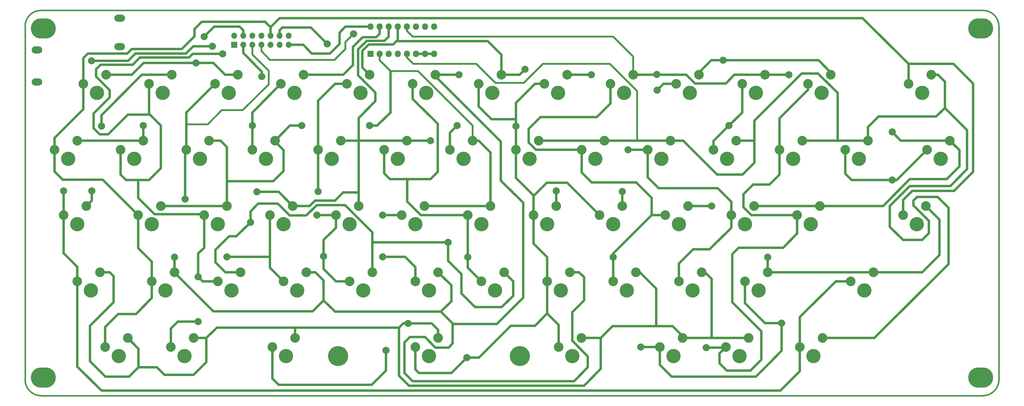
<source format=gbl>
G04 #@! TF.GenerationSoftware,KiCad,Pcbnew,(5.1.12)-1*
G04 #@! TF.CreationDate,2023-01-29T13:19:21+01:00*
G04 #@! TF.ProjectId,Keyboard,4b657962-6f61-4726-942e-6b696361645f,rev?*
G04 #@! TF.SameCoordinates,PX5baf6f8PY4eb9cf0*
G04 #@! TF.FileFunction,Copper,L2,Bot*
G04 #@! TF.FilePolarity,Positive*
%FSLAX46Y46*%
G04 Gerber Fmt 4.6, Leading zero omitted, Abs format (unit mm)*
G04 Created by KiCad (PCBNEW (5.1.12)-1) date 2023-01-29 13:19:21*
%MOMM*%
%LPD*%
G01*
G04 APERTURE LIST*
G04 #@! TA.AperFunction,Profile*
%ADD10C,0.381000*%
G04 #@! TD*
G04 #@! TA.AperFunction,ComponentPad*
%ADD11O,3.000000X2.000000*%
G04 #@! TD*
G04 #@! TA.AperFunction,ComponentPad*
%ADD12C,2.700000*%
G04 #@! TD*
G04 #@! TA.AperFunction,WasherPad*
%ADD13C,4.000000*%
G04 #@! TD*
G04 #@! TA.AperFunction,ComponentPad*
%ADD14O,7.000000X5.600000*%
G04 #@! TD*
G04 #@! TA.AperFunction,ComponentPad*
%ADD15C,5.600000*%
G04 #@! TD*
G04 #@! TA.AperFunction,ComponentPad*
%ADD16O,1.700000X1.700000*%
G04 #@! TD*
G04 #@! TA.AperFunction,ComponentPad*
%ADD17R,1.700000X1.700000*%
G04 #@! TD*
G04 #@! TA.AperFunction,ComponentPad*
%ADD18O,1.800000X1.800000*%
G04 #@! TD*
G04 #@! TA.AperFunction,ComponentPad*
%ADD19R,1.800000X1.800000*%
G04 #@! TD*
G04 #@! TA.AperFunction,ViaPad*
%ADD20C,2.000000*%
G04 #@! TD*
G04 #@! TA.AperFunction,Conductor*
%ADD21C,0.700000*%
G04 #@! TD*
G04 #@! TA.AperFunction,Conductor*
%ADD22C,0.500000*%
G04 #@! TD*
G04 APERTURE END LIST*
D10*
X0Y-2540000D02*
G75*
G02*
X4445000Y1905000I4445000J0D01*
G01*
X4445000Y-105918000D02*
G75*
G02*
X0Y-101473000I0J4445000D01*
G01*
X0Y-101473000D02*
X0Y-2540000D01*
X267716000Y-105918000D02*
X4445000Y-105918000D01*
X272161000Y-101473000D02*
X272161000Y-2540000D01*
X4445000Y1905000D02*
X267716000Y1905000D01*
X272161000Y-101473000D02*
G75*
G02*
X267716000Y-105918000I-4445000J0D01*
G01*
X267716000Y1905000D02*
G75*
G02*
X272161000Y-2540000I0J-4445000D01*
G01*
D11*
X3302000Y-18161000D03*
X3302000Y-9144000D03*
X26416000Y-8255000D03*
X26416000Y-254000D03*
D12*
X155448000Y-89789000D03*
X149098000Y-92329000D03*
D13*
X152908000Y-94869000D03*
D12*
X75438000Y-89789000D03*
X69088000Y-92329000D03*
D13*
X72898000Y-94869000D03*
D14*
X5080000Y-100838000D03*
X267081000Y-100838000D03*
D12*
X115443000Y-89789000D03*
X109093000Y-92329000D03*
D13*
X112903000Y-94869000D03*
D15*
X138303000Y-94869000D03*
X87503000Y-94869000D03*
D16*
X73660000Y-5207000D03*
X73660000Y-7747000D03*
X71120000Y-5207000D03*
X71120000Y-7747000D03*
X68580000Y-5207000D03*
X68580000Y-7747000D03*
X66040000Y-5207000D03*
X66040000Y-7747000D03*
X63500000Y-5207000D03*
X63500000Y-7747000D03*
X60960000Y-5207000D03*
X60960000Y-7747000D03*
X58420000Y-5207000D03*
D17*
X58420000Y-7747000D03*
D14*
X267081000Y-3175000D03*
X5080000Y-3175000D03*
D12*
X253238000Y-16129000D03*
X246888000Y-18669000D03*
D13*
X250698000Y-21209000D03*
D12*
X222885000Y-89789000D03*
X216535000Y-92329000D03*
D13*
X220345000Y-94869000D03*
D12*
X20955000Y-71374000D03*
X14605000Y-73914000D03*
D13*
X18415000Y-76454000D03*
D12*
X17145000Y-52832000D03*
X10795000Y-55372000D03*
D13*
X14605000Y-57912000D03*
D12*
X237109000Y-71374000D03*
X230759000Y-73914000D03*
D13*
X234569000Y-76454000D03*
D12*
X251714000Y-52832000D03*
X245364000Y-55372000D03*
D13*
X249174000Y-57912000D03*
D12*
X222123000Y-52832000D03*
X215773000Y-55372000D03*
D13*
X219583000Y-57912000D03*
D12*
X258445000Y-34544000D03*
X252095000Y-37084000D03*
D13*
X255905000Y-39624000D03*
D12*
X225171000Y-16129000D03*
X218821000Y-18669000D03*
D13*
X222631000Y-21209000D03*
D12*
X51435000Y-34544000D03*
X45085000Y-37084000D03*
D13*
X48895000Y-39624000D03*
D12*
X217170000Y-34544000D03*
X210820000Y-37084000D03*
D13*
X214630000Y-39624000D03*
D12*
X202184000Y-89789000D03*
X195834000Y-92329000D03*
D13*
X199644000Y-94869000D03*
D12*
X78613000Y-71374000D03*
X72263000Y-73914000D03*
D13*
X76073000Y-76454000D03*
D12*
X74803000Y-52832000D03*
X68453000Y-55372000D03*
D13*
X72263000Y-57912000D03*
D12*
X59436000Y-16129000D03*
X53086000Y-18669000D03*
D13*
X56896000Y-21209000D03*
D12*
X56388000Y-52832000D03*
X50038000Y-55372000D03*
D13*
X53848000Y-57912000D03*
D12*
X235585000Y-34544000D03*
X229235000Y-37084000D03*
D13*
X233045000Y-39624000D03*
D12*
X47117000Y-89789000D03*
X40767000Y-92329000D03*
D13*
X44577000Y-94869000D03*
D12*
X41021000Y-16129000D03*
X34671000Y-18669000D03*
D13*
X38481000Y-21209000D03*
D12*
X33020000Y-34544000D03*
X26670000Y-37084000D03*
D13*
X30480000Y-39624000D03*
D12*
X60198000Y-71374000D03*
X53848000Y-73914000D03*
D13*
X57658000Y-76454000D03*
D12*
X37973000Y-52832000D03*
X31623000Y-55372000D03*
D13*
X35433000Y-57912000D03*
D12*
X28702000Y-89789000D03*
X22352000Y-92329000D03*
D13*
X26162000Y-94869000D03*
D12*
X41783000Y-71374000D03*
X35433000Y-73914000D03*
D13*
X39243000Y-76454000D03*
D12*
X14605000Y-34544000D03*
X8255000Y-37084000D03*
D13*
X12065000Y-39624000D03*
D12*
X22606000Y-16129000D03*
X16256000Y-18669000D03*
D13*
X20066000Y-21209000D03*
D12*
X207518000Y-71374000D03*
X201168000Y-73914000D03*
D13*
X204978000Y-76454000D03*
D12*
X69850000Y-34544000D03*
X63500000Y-37084000D03*
D13*
X67310000Y-39624000D03*
D12*
X198755000Y-34544000D03*
X192405000Y-37084000D03*
D13*
X196215000Y-39624000D03*
D12*
X183769000Y-89789000D03*
X177419000Y-92329000D03*
D13*
X181229000Y-94869000D03*
D12*
X206756000Y-16129000D03*
X200406000Y-18669000D03*
D13*
X204216000Y-21209000D03*
D12*
X77851000Y-16129000D03*
X71501000Y-18669000D03*
D13*
X75311000Y-21209000D03*
D12*
X93218000Y-52832000D03*
X86868000Y-55372000D03*
D13*
X90678000Y-57912000D03*
D12*
X97028000Y-71374000D03*
X90678000Y-73914000D03*
D13*
X94488000Y-76454000D03*
D12*
X111633000Y-52832000D03*
X105283000Y-55372000D03*
D13*
X109093000Y-57912000D03*
D12*
X188341000Y-16129000D03*
X181991000Y-18669000D03*
D13*
X185801000Y-21209000D03*
D12*
X180340000Y-34544000D03*
X173990000Y-37084000D03*
D13*
X177800000Y-39624000D03*
D12*
X189103000Y-71374000D03*
X182753000Y-73914000D03*
D13*
X186563000Y-76454000D03*
D12*
X203708000Y-52832000D03*
X197358000Y-55372000D03*
D13*
X201168000Y-57912000D03*
D12*
X115443000Y-71374000D03*
X109093000Y-73914000D03*
D13*
X112903000Y-76454000D03*
D12*
X88265000Y-34544000D03*
X81915000Y-37084000D03*
D13*
X85725000Y-39624000D03*
D12*
X96266000Y-16129000D03*
X89916000Y-18669000D03*
D13*
X93726000Y-21209000D03*
D12*
X185293000Y-52832000D03*
X178943000Y-55372000D03*
D13*
X182753000Y-57912000D03*
D12*
X130048000Y-52832000D03*
X123698000Y-55372000D03*
D13*
X127508000Y-57912000D03*
D12*
X161925000Y-34544000D03*
X155575000Y-37084000D03*
D13*
X159385000Y-39624000D03*
D12*
X170688000Y-71374000D03*
X164338000Y-73914000D03*
D13*
X168148000Y-76454000D03*
D12*
X169926000Y-16129000D03*
X163576000Y-18669000D03*
D13*
X167386000Y-21209000D03*
D12*
X114681000Y-16129000D03*
X108331000Y-18669000D03*
D13*
X112141000Y-21209000D03*
D12*
X106680000Y-34544000D03*
X100330000Y-37084000D03*
D13*
X104140000Y-39624000D03*
D12*
X133858000Y-71374000D03*
X127508000Y-73914000D03*
D13*
X131318000Y-76454000D03*
D12*
X125095000Y-34544000D03*
X118745000Y-37084000D03*
D13*
X122555000Y-39624000D03*
D12*
X151511000Y-16129000D03*
X145161000Y-18669000D03*
D13*
X148971000Y-21209000D03*
D12*
X143510000Y-34544000D03*
X137160000Y-37084000D03*
D13*
X140970000Y-39624000D03*
D12*
X166878000Y-52832000D03*
X160528000Y-55372000D03*
D13*
X164338000Y-57912000D03*
D12*
X152273000Y-71374000D03*
X145923000Y-73914000D03*
D13*
X149733000Y-76454000D03*
D12*
X148463000Y-52832000D03*
X142113000Y-55372000D03*
D13*
X145923000Y-57912000D03*
D12*
X133096000Y-16129000D03*
X126746000Y-18669000D03*
D13*
X130556000Y-21209000D03*
D18*
X96520000Y-2667000D03*
X114300000Y-10287000D03*
X99060000Y-2667000D03*
X111760000Y-10287000D03*
X101600000Y-2667000D03*
X109220000Y-10287000D03*
X104140000Y-2667000D03*
X106680000Y-10287000D03*
X106680000Y-2667000D03*
X104140000Y-10287000D03*
X109220000Y-2667000D03*
X101600000Y-10287000D03*
X111760000Y-2667000D03*
X99060000Y-10287000D03*
X114300000Y-2667000D03*
D19*
X96520000Y-10287000D03*
D20*
X62992000Y-57404000D03*
X47752000Y-12827000D03*
X139700000Y-14605000D03*
X118237000Y-62992000D03*
X33020000Y-30353000D03*
X113284000Y-34544000D03*
X148463000Y-48641000D03*
X64770000Y-48895000D03*
X21336000Y-30480000D03*
X41783000Y-67183000D03*
X121285000Y-16129000D03*
X18669000Y-48641000D03*
X213487000Y-16129000D03*
X242316000Y-32131000D03*
X176530000Y-16002000D03*
X166878000Y-48768000D03*
X107061000Y-85725000D03*
X207518000Y-67183000D03*
X191897000Y-52832000D03*
X195072000Y-12065000D03*
X158242000Y-16129000D03*
X96266000Y-30353000D03*
X77343000Y-30353000D03*
X84455000Y-7493000D03*
X91821000Y-4699000D03*
X120777000Y-30353000D03*
X137160000Y-30480000D03*
X123444000Y-95250000D03*
X100838000Y-93218000D03*
X123698000Y-67183000D03*
X164338000Y-67183000D03*
X176657000Y-20447000D03*
X168529000Y-37084000D03*
X81915000Y-48768000D03*
X99949000Y-67056000D03*
X66167000Y-16637000D03*
X99949000Y-55372000D03*
X81534000Y-55372000D03*
X63500000Y-30353000D03*
X172085000Y-92329000D03*
X196723000Y-30353000D03*
X211455000Y-85598000D03*
X50038000Y-5461000D03*
X83439000Y-66929000D03*
X52324000Y-8128000D03*
X10795000Y-48641000D03*
X18542000Y-12192000D03*
X48387000Y-72644000D03*
X48387000Y-85217000D03*
X242316000Y-45593000D03*
X55245000Y-10287000D03*
X56388000Y-67056000D03*
X190373000Y-92456000D03*
X44704000Y-50927000D03*
D21*
X89535000Y-2667000D02*
X96520000Y-2667000D01*
X87884000Y-4318000D02*
X89535000Y-2667000D01*
X87884000Y-7493000D02*
X87884000Y-4318000D01*
X85217000Y-10160000D02*
X87884000Y-7493000D01*
X80137000Y-10160000D02*
X85217000Y-10160000D01*
X77724000Y-7747000D02*
X80137000Y-10160000D01*
X73660000Y-7747000D02*
X77724000Y-7747000D01*
X22606000Y-16129000D02*
X29845000Y-16129000D01*
X29845000Y-16129000D02*
X33147000Y-12827000D01*
X33147000Y-12827000D02*
X47752000Y-12827000D01*
X104140000Y-2667000D02*
X104140000Y-4445000D01*
X104140000Y-6731000D02*
X129286000Y-6731000D01*
X133096000Y-10541000D02*
X133096000Y-16129000D01*
X129286000Y-6731000D02*
X133096000Y-10541000D01*
X62992000Y-57404000D02*
X62992000Y-54356000D01*
X62992000Y-54356000D02*
X65151000Y-52197000D01*
X65151000Y-52197000D02*
X70612000Y-52197000D01*
X70612000Y-52197000D02*
X73914000Y-55499000D01*
X73914000Y-55499000D02*
X78613000Y-55499000D01*
X78613000Y-55499000D02*
X81534000Y-52578000D01*
X81534000Y-52578000D02*
X89408000Y-52578000D01*
X89408000Y-52578000D02*
X97028000Y-60198000D01*
X103759000Y-6731000D02*
X102870000Y-7620000D01*
X102870000Y-7620000D02*
X96012000Y-7620000D01*
X96012000Y-7620000D02*
X94234000Y-9398000D01*
X94234000Y-14097000D02*
X96266000Y-16129000D01*
X94234000Y-9398000D02*
X94234000Y-14097000D01*
X136398000Y-73914000D02*
X133858000Y-71374000D01*
X136398000Y-77978000D02*
X136398000Y-73914000D01*
X121920000Y-77343000D02*
X125730000Y-81153000D01*
X125730000Y-81153000D02*
X133223000Y-81153000D01*
X133223000Y-81153000D02*
X136398000Y-77978000D01*
X104140000Y-2667000D02*
X104140000Y-6731000D01*
X104140000Y-6731000D02*
X103759000Y-6731000D01*
X138176000Y-16129000D02*
X139700000Y-14605000D01*
X133096000Y-16129000D02*
X138176000Y-16129000D01*
X59055000Y-61341000D02*
X62992000Y-57404000D01*
X57023000Y-61341000D02*
X59055000Y-61341000D01*
X53213000Y-65151000D02*
X57023000Y-61341000D01*
X53213000Y-68580000D02*
X53213000Y-65151000D01*
X56007000Y-71374000D02*
X53213000Y-68580000D01*
X60198000Y-71374000D02*
X56007000Y-71374000D01*
X97155000Y-62992000D02*
X97028000Y-63119000D01*
X118237000Y-62992000D02*
X97155000Y-62992000D01*
X97028000Y-63119000D02*
X97028000Y-71374000D01*
X97028000Y-60198000D02*
X97028000Y-63119000D01*
X118237000Y-68199000D02*
X121920000Y-71882000D01*
X118237000Y-62992000D02*
X118237000Y-68199000D01*
X121920000Y-71882000D02*
X121920000Y-77343000D01*
X52578000Y-12827000D02*
X47752000Y-12827000D01*
X55880000Y-16129000D02*
X52578000Y-12827000D01*
X59436000Y-16129000D02*
X55880000Y-16129000D01*
X93218000Y-34798000D02*
X92964000Y-34544000D01*
X88265000Y-34544000D02*
X92964000Y-34544000D01*
X33020000Y-34544000D02*
X14605000Y-34544000D01*
X33020000Y-34544000D02*
X33020000Y-30353000D01*
X74803000Y-52832000D02*
X79502000Y-52832000D01*
X79502000Y-52832000D02*
X81026000Y-51308000D01*
X81026000Y-51308000D02*
X86614000Y-51308000D01*
X88900000Y-49022000D02*
X93218000Y-49022000D01*
X86614000Y-51308000D02*
X88900000Y-49022000D01*
X93218000Y-52832000D02*
X93218000Y-49022000D01*
X106680000Y-34544000D02*
X113284000Y-34544000D01*
X148463000Y-48641000D02*
X148463000Y-52832000D01*
X101600000Y-2667000D02*
X101600000Y-5461000D01*
X101600000Y-5461000D02*
X100457000Y-6604000D01*
X100457000Y-6604000D02*
X95504000Y-6604000D01*
X95504000Y-6604000D02*
X93091000Y-9017000D01*
X93091000Y-9017000D02*
X93091000Y-16256000D01*
X93091000Y-16256000D02*
X97917000Y-21082000D01*
X92964000Y-34544000D02*
X106680000Y-34544000D01*
X97917000Y-21082000D02*
X97917000Y-23495000D01*
X93218000Y-28194000D02*
X93218000Y-35814000D01*
X97917000Y-23495000D02*
X93218000Y-28194000D01*
X93218000Y-35814000D02*
X93218000Y-34798000D01*
X93218000Y-49022000D02*
X93218000Y-35814000D01*
X70866000Y-48895000D02*
X74803000Y-52832000D01*
X64770000Y-48895000D02*
X70866000Y-48895000D01*
X78613000Y-71374000D02*
X81153000Y-71374000D01*
X81153000Y-71374000D02*
X83439000Y-73660000D01*
X83439000Y-73660000D02*
X83439000Y-79248000D01*
X83439000Y-79248000D02*
X86614000Y-82423000D01*
X86614000Y-82423000D02*
X116205000Y-82423000D01*
X116205000Y-82423000D02*
X119126000Y-79502000D01*
X119126000Y-75057000D02*
X115443000Y-71374000D01*
X119126000Y-79502000D02*
X119126000Y-75057000D01*
X41783000Y-71374000D02*
X41783000Y-71501000D01*
X41783000Y-71501000D02*
X52578000Y-82296000D01*
X80391000Y-82296000D02*
X83439000Y-79248000D01*
X52578000Y-82296000D02*
X80391000Y-82296000D01*
X41021000Y-16129000D02*
X32639000Y-16129000D01*
X21336000Y-27432000D02*
X21336000Y-30480000D01*
X32639000Y-16129000D02*
X21336000Y-27432000D01*
X41783000Y-67183000D02*
X41783000Y-71374000D01*
X99060000Y-2667000D02*
X99060000Y-4699000D01*
X99060000Y-4699000D02*
X98171000Y-5588000D01*
X98171000Y-5588000D02*
X94361000Y-5588000D01*
X121285000Y-16129000D02*
X114681000Y-16129000D01*
X91630500Y-8318500D02*
X91630500Y-13398500D01*
X94361000Y-5588000D02*
X91630500Y-8318500D01*
X88900000Y-16129000D02*
X77851000Y-16129000D01*
X91630500Y-13398500D02*
X88900000Y-16129000D01*
X18669000Y-51308000D02*
X17145000Y-52832000D01*
X18669000Y-48641000D02*
X18669000Y-51308000D01*
X116205000Y-82423000D02*
X119634000Y-85852000D01*
X114681000Y-16129000D02*
X114681000Y-16510000D01*
X114681000Y-16510000D02*
X132969000Y-34798000D01*
X132969000Y-34798000D02*
X132969000Y-45720000D01*
X132969000Y-45720000D02*
X139192000Y-51943000D01*
X139192000Y-51943000D02*
X139192000Y-78486000D01*
X131826000Y-85852000D02*
X119634000Y-85852000D01*
X139192000Y-78486000D02*
X131826000Y-85852000D01*
X119634000Y-85852000D02*
X119507000Y-85979000D01*
X119507000Y-85979000D02*
X119507000Y-91313000D01*
X119507000Y-91313000D02*
X118364000Y-92456000D01*
X118364000Y-92456000D02*
X114681000Y-92456000D01*
X114681000Y-92456000D02*
X111760000Y-89535000D01*
X111760000Y-89535000D02*
X107569000Y-89535000D01*
X107569000Y-89535000D02*
X106045000Y-91059000D01*
X106045000Y-91059000D02*
X106045000Y-99568000D01*
X106045000Y-99568000D02*
X108331000Y-101854000D01*
X108331000Y-101854000D02*
X153416000Y-101854000D01*
X157289500Y-97980500D02*
X157289500Y-94932500D01*
X153416000Y-101854000D02*
X157289500Y-97980500D01*
X157289500Y-94932500D02*
X152908000Y-90551000D01*
X152908000Y-90551000D02*
X152908000Y-82550000D01*
X152908000Y-82550000D02*
X156210000Y-79248000D01*
X156210000Y-72771000D02*
X154813000Y-71374000D01*
X156210000Y-79248000D02*
X156210000Y-72771000D01*
X154813000Y-71374000D02*
X152273000Y-71374000D01*
X222123000Y-52832000D02*
X203708000Y-52832000D01*
X261112000Y-37211000D02*
X258445000Y-34544000D01*
X257556000Y-45339000D02*
X261112000Y-41783000D01*
X247269000Y-45339000D02*
X257556000Y-45339000D01*
X239776000Y-52832000D02*
X247269000Y-45339000D01*
X261112000Y-41783000D02*
X261112000Y-37211000D01*
X222123000Y-52832000D02*
X239776000Y-52832000D01*
D22*
X106680000Y-2667000D02*
X106680000Y-3810000D01*
X106680000Y-3810000D02*
X108331000Y-5461000D01*
X108331000Y-5461000D02*
X164338000Y-5461000D01*
X169926000Y-11049000D02*
X169926000Y-16129000D01*
X164338000Y-5461000D02*
X169926000Y-11049000D01*
D21*
X206756000Y-16129000D02*
X213487000Y-16129000D01*
X244729000Y-34544000D02*
X258445000Y-34544000D01*
X242316000Y-32131000D02*
X244729000Y-34544000D01*
X187198000Y-18542000D02*
X184785000Y-16129000D01*
X195834000Y-18542000D02*
X187198000Y-18542000D01*
X198247000Y-16129000D02*
X195834000Y-18542000D01*
X206756000Y-16129000D02*
X198247000Y-16129000D01*
X176657000Y-16129000D02*
X176530000Y-16002000D01*
X184785000Y-16129000D02*
X176657000Y-16129000D01*
X176657000Y-16129000D02*
X169926000Y-16129000D01*
X166878000Y-48768000D02*
X166878000Y-52832000D01*
X189103000Y-71374000D02*
X189992000Y-71374000D01*
X191897000Y-73279000D02*
X191897000Y-89789000D01*
X189992000Y-71374000D02*
X191897000Y-73279000D01*
X191897000Y-89789000D02*
X202184000Y-89789000D01*
X183769000Y-89789000D02*
X191897000Y-89789000D01*
X50673000Y-89789000D02*
X50673000Y-96520000D01*
X47117000Y-89789000D02*
X50673000Y-89789000D01*
X50673000Y-96520000D02*
X47117000Y-100076000D01*
X47117000Y-100076000D02*
X38989000Y-100076000D01*
X31686500Y-97980500D02*
X31686500Y-92773500D01*
X31686500Y-92773500D02*
X28702000Y-89789000D01*
X36893500Y-97980500D02*
X38989000Y-100076000D01*
X31686500Y-97980500D02*
X36893500Y-97980500D01*
X183769000Y-89789000D02*
X183769000Y-89281000D01*
X183769000Y-89281000D02*
X180975000Y-86487000D01*
X170688000Y-71374000D02*
X171831000Y-71374000D01*
X176403000Y-75946000D02*
X176403000Y-86487000D01*
X171831000Y-71374000D02*
X176403000Y-75946000D01*
X180975000Y-86487000D02*
X176403000Y-86487000D01*
X115443000Y-87503000D02*
X115443000Y-89789000D01*
X113665000Y-85725000D02*
X115443000Y-87503000D01*
X107061000Y-85725000D02*
X113665000Y-85725000D01*
X107061000Y-85725000D02*
X105664000Y-85725000D01*
X104521000Y-86868000D02*
X104521000Y-89789000D01*
X105664000Y-85725000D02*
X104521000Y-86868000D01*
X164211000Y-86487000D02*
X176403000Y-86487000D01*
X160909000Y-89789000D02*
X164211000Y-86487000D01*
X160909000Y-98425000D02*
X160909000Y-89789000D01*
X156210000Y-103124000D02*
X160909000Y-98425000D01*
X107315000Y-103124000D02*
X156210000Y-103124000D01*
X104521000Y-100330000D02*
X107315000Y-103124000D01*
X104521000Y-89789000D02*
X104521000Y-100330000D01*
X24765000Y-72517000D02*
X23622000Y-71374000D01*
X18161000Y-96266000D02*
X18161000Y-86360000D01*
X23622000Y-71374000D02*
X20955000Y-71374000D01*
X24765000Y-79756000D02*
X24765000Y-72517000D01*
X22479000Y-100584000D02*
X18161000Y-96266000D01*
X29083000Y-100584000D02*
X22479000Y-100584000D01*
X18161000Y-86360000D02*
X24765000Y-79756000D01*
X31686500Y-97980500D02*
X29083000Y-100584000D01*
X53594000Y-86868000D02*
X50673000Y-89789000D01*
X75438000Y-89789000D02*
X75438000Y-86868000D01*
X75438000Y-86868000D02*
X53594000Y-86868000D01*
X104521000Y-86868000D02*
X75438000Y-86868000D01*
X155448000Y-89789000D02*
X160909000Y-89789000D01*
X143510000Y-34544000D02*
X161925000Y-34544000D01*
X198755000Y-34544000D02*
X203835000Y-34544000D01*
X171069000Y-34544000D02*
X180340000Y-34544000D01*
X161925000Y-34544000D02*
X171069000Y-34544000D01*
X203835000Y-34544000D02*
X203835000Y-28956000D01*
X203835000Y-28956000D02*
X217043000Y-15748000D01*
X217043000Y-15748000D02*
X221615000Y-15748000D01*
X227076000Y-21209000D02*
X227076000Y-34544000D01*
X221615000Y-15748000D02*
X227076000Y-21209000D01*
X227076000Y-34544000D02*
X235585000Y-34544000D01*
X217170000Y-34544000D02*
X227076000Y-34544000D01*
X235585000Y-30734000D02*
X235585000Y-34544000D01*
X238506000Y-27813000D02*
X235585000Y-30734000D01*
X254635000Y-27813000D02*
X238506000Y-27813000D01*
X257048000Y-25400000D02*
X254635000Y-27813000D01*
X257048000Y-18034000D02*
X257048000Y-25400000D01*
X255143000Y-16129000D02*
X257048000Y-18034000D01*
X253238000Y-16129000D02*
X255143000Y-16129000D01*
X222885000Y-89789000D02*
X237363000Y-89789000D01*
X237363000Y-89789000D02*
X258064000Y-69088000D01*
X258064000Y-69088000D02*
X258064000Y-53340000D01*
X258064000Y-53340000D02*
X255016000Y-50292000D01*
X255016000Y-50292000D02*
X249301000Y-50292000D01*
X249301000Y-50292000D02*
X248285000Y-51308000D01*
X248285000Y-51308000D02*
X248285000Y-52705000D01*
X248285000Y-52705000D02*
X252603000Y-57023000D01*
X252603000Y-57023000D02*
X252603000Y-60452000D01*
X252603000Y-60452000D02*
X250698000Y-62357000D01*
X250698000Y-62357000D02*
X245364000Y-62357000D01*
X245364000Y-62357000D02*
X241681000Y-58674000D01*
X241681000Y-58674000D02*
X241681000Y-52832000D01*
X241681000Y-52832000D02*
X247269000Y-47244000D01*
X247269000Y-47244000D02*
X258572000Y-47244000D01*
X258572000Y-47244000D02*
X263271000Y-42545000D01*
X263271000Y-31623000D02*
X257048000Y-25400000D01*
X263271000Y-42545000D02*
X263271000Y-31623000D01*
X203835000Y-40767000D02*
X203835000Y-34544000D01*
X200533000Y-44069000D02*
X203835000Y-40767000D01*
X193421000Y-44069000D02*
X200533000Y-44069000D01*
X183896000Y-34544000D02*
X193421000Y-44069000D01*
X180340000Y-34544000D02*
X183896000Y-34544000D01*
D22*
X171069000Y-20701000D02*
X171069000Y-34544000D01*
X163449000Y-13081000D02*
X171069000Y-20701000D01*
X144716500Y-13081000D02*
X163449000Y-13081000D01*
X139382500Y-18415000D02*
X144716500Y-13081000D01*
X131445000Y-18415000D02*
X139382500Y-18415000D01*
X126111000Y-13081000D02*
X131445000Y-18415000D01*
X108458000Y-13081000D02*
X126111000Y-13081000D01*
X106680000Y-11303000D02*
X108458000Y-13081000D01*
X106680000Y-10287000D02*
X106680000Y-11303000D01*
D21*
X237109000Y-71374000D02*
X207518000Y-71374000D01*
X237109000Y-71374000D02*
X250698000Y-71374000D01*
X250698000Y-71374000D02*
X255524000Y-66548000D01*
X255524000Y-56642000D02*
X251714000Y-52832000D01*
X255524000Y-66548000D02*
X255524000Y-56642000D01*
X225171000Y-16129000D02*
X225171000Y-15494000D01*
X225171000Y-15494000D02*
X221742000Y-12065000D01*
X188341000Y-15494000D02*
X188341000Y-16129000D01*
X191770000Y-12065000D02*
X188341000Y-15494000D01*
X207518000Y-71374000D02*
X207518000Y-67183000D01*
X191897000Y-52832000D02*
X185293000Y-52832000D01*
X195072000Y-12065000D02*
X191770000Y-12065000D01*
X221742000Y-12065000D02*
X195072000Y-12065000D01*
X158242000Y-16129000D02*
X151511000Y-16129000D01*
X111633000Y-52832000D02*
X130048000Y-52832000D01*
X37973000Y-52832000D02*
X56388000Y-52832000D01*
X125095000Y-34544000D02*
X126746000Y-34544000D01*
X130048000Y-37846000D02*
X130048000Y-52832000D01*
X126746000Y-34544000D02*
X130048000Y-37846000D01*
X69850000Y-34544000D02*
X69850000Y-34798000D01*
X69850000Y-34798000D02*
X72263000Y-37211000D01*
X72263000Y-37211000D02*
X72263000Y-43053000D01*
X54610000Y-34544000D02*
X51435000Y-34544000D01*
X56388000Y-36322000D02*
X54610000Y-34544000D01*
D22*
X99060000Y-10287000D02*
X99060000Y-12065000D01*
X99060000Y-12065000D02*
X102108000Y-15113000D01*
X102108000Y-15113000D02*
X109855000Y-15113000D01*
X125095000Y-30353000D02*
X125095000Y-34544000D01*
X109855000Y-15113000D02*
X125095000Y-30353000D01*
D21*
X56451500Y-45910500D02*
X56388000Y-45847000D01*
X69405500Y-45910500D02*
X56451500Y-45910500D01*
X56388000Y-45847000D02*
X56388000Y-36322000D01*
X56388000Y-52832000D02*
X56388000Y-45847000D01*
X72263000Y-43053000D02*
X69405500Y-45910500D01*
X96266000Y-30353000D02*
X98425000Y-30353000D01*
X102108000Y-26670000D02*
X102108000Y-15113000D01*
X98425000Y-30353000D02*
X102108000Y-26670000D01*
X74041000Y-30353000D02*
X69850000Y-34544000D01*
X77343000Y-30353000D02*
X74041000Y-30353000D01*
X109220000Y-10287000D02*
X111760000Y-10287000D01*
X111760000Y-10287000D02*
X114300000Y-10287000D01*
X71120000Y-5207000D02*
X71120000Y-3683000D01*
X71120000Y-3683000D02*
X71882000Y-2921000D01*
X79883000Y-2921000D02*
X84455000Y-7493000D01*
X71882000Y-2921000D02*
X79883000Y-2921000D01*
D22*
X86487000Y-11938000D02*
X89535000Y-8890000D01*
X68453000Y-11938000D02*
X86487000Y-11938000D01*
X66040000Y-9525000D02*
X68453000Y-11938000D01*
X66040000Y-7747000D02*
X66040000Y-9525000D01*
X89535000Y-8890000D02*
X89535000Y-6985000D01*
X89535000Y-6985000D02*
X91821000Y-4699000D01*
D21*
X142113000Y-55372000D02*
X142113000Y-63373000D01*
X145923000Y-67183000D02*
X145923000Y-73914000D01*
X142113000Y-63373000D02*
X145923000Y-67183000D01*
X137160000Y-37084000D02*
X137160000Y-44958000D01*
X142113000Y-49911000D02*
X142113000Y-55372000D01*
X137160000Y-44958000D02*
X142113000Y-49911000D01*
X126746000Y-18669000D02*
X126746000Y-25019000D01*
X145161000Y-18669000D02*
X142494000Y-18669000D01*
X142494000Y-18669000D02*
X137160000Y-24003000D01*
X136906000Y-28575000D02*
X137160000Y-28321000D01*
X126746000Y-25019000D02*
X130302000Y-28575000D01*
X130302000Y-28575000D02*
X136906000Y-28575000D01*
X137160000Y-24003000D02*
X137160000Y-28321000D01*
X145923000Y-82931000D02*
X145923000Y-73914000D01*
X142113000Y-49911000D02*
X142240000Y-49911000D01*
X142240000Y-49911000D02*
X145796000Y-46355000D01*
X151511000Y-46355000D02*
X160528000Y-55372000D01*
X145796000Y-46355000D02*
X151511000Y-46355000D01*
X118745000Y-32385000D02*
X120777000Y-30353000D01*
X118745000Y-37084000D02*
X118745000Y-32385000D01*
X137160000Y-30480000D02*
X137160000Y-37084000D01*
X137160000Y-28321000D02*
X137160000Y-30480000D01*
X149098000Y-86106000D02*
X145923000Y-82931000D01*
X149098000Y-92329000D02*
X149098000Y-86106000D01*
X142494000Y-86360000D02*
X145923000Y-82931000D01*
X135763000Y-86360000D02*
X142494000Y-86360000D01*
X123444000Y-95250000D02*
X126873000Y-95250000D01*
X126873000Y-95250000D02*
X135763000Y-86360000D01*
X109093000Y-98552000D02*
X109093000Y-92329000D01*
X110109000Y-99568000D02*
X109093000Y-98552000D01*
X119126000Y-99568000D02*
X110109000Y-99568000D01*
X123444000Y-95250000D02*
X119126000Y-99568000D01*
X100838000Y-93218000D02*
X100838000Y-98933000D01*
X100838000Y-98933000D02*
X96901000Y-102870000D01*
X96901000Y-102870000D02*
X70866000Y-102870000D01*
X69088000Y-101092000D02*
X69088000Y-92329000D01*
X70866000Y-102870000D02*
X69088000Y-101092000D01*
X178943000Y-55372000D02*
X175133000Y-55372000D01*
X175133000Y-55372000D02*
X164338000Y-66167000D01*
X110617000Y-55372000D02*
X123698000Y-55372000D01*
X163576000Y-18669000D02*
X163576000Y-24130000D01*
X163576000Y-24130000D02*
X159766000Y-27940000D01*
X159766000Y-27940000D02*
X144018000Y-27940000D01*
X144018000Y-27940000D02*
X140716000Y-31242000D01*
X140716000Y-31242000D02*
X140716000Y-35052000D01*
X142748000Y-37084000D02*
X155575000Y-37084000D01*
X140716000Y-35052000D02*
X142748000Y-37084000D01*
X106807000Y-51562000D02*
X106807000Y-45720000D01*
X106807000Y-45720000D02*
X107188000Y-45339000D01*
X106807000Y-51562000D02*
X110617000Y-55372000D01*
X100330000Y-43688000D02*
X100330000Y-37084000D01*
X101981000Y-45339000D02*
X100330000Y-43688000D01*
X107188000Y-45339000D02*
X101981000Y-45339000D01*
X123698000Y-70104000D02*
X127508000Y-73914000D01*
X155575000Y-43434000D02*
X155575000Y-37084000D01*
X158369000Y-46228000D02*
X155575000Y-43434000D01*
X170815000Y-46228000D02*
X158369000Y-46228000D01*
X175133000Y-50546000D02*
X170815000Y-46228000D01*
X175133000Y-55372000D02*
X175133000Y-50546000D01*
X123698000Y-55372000D02*
X123698000Y-67183000D01*
X123698000Y-67183000D02*
X123698000Y-70104000D01*
X164338000Y-67183000D02*
X164338000Y-73914000D01*
X164338000Y-66167000D02*
X164338000Y-67183000D01*
X113284000Y-45339000D02*
X107188000Y-45339000D01*
X115316000Y-43307000D02*
X113284000Y-45339000D01*
X115316000Y-29845000D02*
X115316000Y-43307000D01*
X108331000Y-22860000D02*
X115316000Y-29845000D01*
X108331000Y-18669000D02*
X108331000Y-22860000D01*
X89916000Y-18669000D02*
X86614000Y-18669000D01*
X81915000Y-23368000D02*
X81915000Y-37084000D01*
X86614000Y-18669000D02*
X81915000Y-23368000D01*
X173990000Y-37084000D02*
X173990000Y-44831000D01*
X182753000Y-68961000D02*
X182753000Y-73914000D01*
X178435000Y-18669000D02*
X176657000Y-20447000D01*
X181991000Y-18669000D02*
X178435000Y-18669000D01*
X168529000Y-37084000D02*
X173990000Y-37084000D01*
X81915000Y-37084000D02*
X81915000Y-48768000D01*
X99949000Y-67056000D02*
X106172000Y-67056000D01*
X109093000Y-69977000D02*
X109093000Y-73914000D01*
X106172000Y-67056000D02*
X109093000Y-69977000D01*
X66167000Y-15240000D02*
X60960000Y-10033000D01*
X66167000Y-16637000D02*
X66167000Y-15240000D01*
X60960000Y-10033000D02*
X60960000Y-7747000D01*
X177038000Y-47879000D02*
X193548000Y-47879000D01*
X173990000Y-44831000D02*
X177038000Y-47879000D01*
X197358000Y-51689000D02*
X197358000Y-55372000D01*
X193548000Y-47879000D02*
X197358000Y-51689000D01*
X197358000Y-55372000D02*
X197358000Y-58928000D01*
X191325500Y-64960500D02*
X186753500Y-64960500D01*
X197358000Y-58928000D02*
X191325500Y-64960500D01*
X186753500Y-64960500D02*
X182753000Y-68961000D01*
X105283000Y-55372000D02*
X99949000Y-55372000D01*
X63500000Y-26670000D02*
X71501000Y-18669000D01*
X192405000Y-37084000D02*
X192405000Y-34671000D01*
X200406000Y-26670000D02*
X200406000Y-18669000D01*
X177419000Y-92329000D02*
X177419000Y-97282000D01*
X177419000Y-97282000D02*
X180721000Y-100584000D01*
X180721000Y-100584000D02*
X204216000Y-100584000D01*
X86868000Y-55372000D02*
X81534000Y-55372000D01*
X63500000Y-30353000D02*
X63500000Y-26670000D01*
X63500000Y-37084000D02*
X63500000Y-30353000D01*
X172085000Y-92329000D02*
X177419000Y-92329000D01*
X196659500Y-30416500D02*
X196723000Y-30353000D01*
X192405000Y-34671000D02*
X196659500Y-30416500D01*
X196659500Y-30416500D02*
X200406000Y-26670000D01*
X86868000Y-58928000D02*
X86868000Y-55372000D01*
X83439000Y-62357000D02*
X86868000Y-58928000D01*
X83439000Y-66929000D02*
X83439000Y-62357000D01*
X86868000Y-73914000D02*
X90678000Y-73914000D01*
X83439000Y-70485000D02*
X86868000Y-73914000D01*
X83439000Y-66929000D02*
X83439000Y-70485000D01*
X211455000Y-93345000D02*
X207962500Y-96837500D01*
X211455000Y-85598000D02*
X211455000Y-93345000D01*
X204216000Y-100584000D02*
X207962500Y-96837500D01*
X206756000Y-85598000D02*
X201168000Y-80010000D01*
X201168000Y-80010000D02*
X201168000Y-73914000D01*
X211455000Y-85598000D02*
X206756000Y-85598000D01*
X60960000Y-3683000D02*
X60960000Y-5207000D01*
X59944000Y-2667000D02*
X60960000Y-3683000D01*
X52832000Y-2667000D02*
X59944000Y-2667000D01*
X50038000Y-5461000D02*
X52832000Y-2667000D01*
X216535000Y-92329000D02*
X216535000Y-83947000D01*
X226568000Y-73914000D02*
X230759000Y-73914000D01*
X216535000Y-83947000D02*
X226568000Y-73914000D01*
X14605000Y-73914000D02*
X14605000Y-69850000D01*
X10795000Y-66040000D02*
X10795000Y-55372000D01*
X14605000Y-69850000D02*
X10795000Y-66040000D01*
X10795000Y-48641000D02*
X10795000Y-55372000D01*
X216535000Y-99060000D02*
X216535000Y-92329000D01*
X211074000Y-104521000D02*
X216535000Y-99060000D01*
X21336000Y-104521000D02*
X211074000Y-104521000D01*
X14605000Y-97790000D02*
X21336000Y-104521000D01*
X14605000Y-73914000D02*
X14605000Y-97790000D01*
X30861000Y-10160000D02*
X28829000Y-12192000D01*
X44958000Y-10160000D02*
X30861000Y-10160000D01*
X28829000Y-12192000D02*
X18542000Y-12192000D01*
X46990000Y-8128000D02*
X44958000Y-10160000D01*
X52324000Y-8128000D02*
X46990000Y-8128000D01*
X35433000Y-73914000D02*
X35433000Y-68453000D01*
X31623000Y-64643000D02*
X31623000Y-55372000D01*
X35433000Y-68453000D02*
X31623000Y-64643000D01*
X8255000Y-37084000D02*
X8255000Y-43180000D01*
X8255000Y-43180000D02*
X10541000Y-45466000D01*
X21717000Y-45466000D02*
X31623000Y-55372000D01*
X10541000Y-45466000D02*
X21717000Y-45466000D01*
X35433000Y-73914000D02*
X35433000Y-78613000D01*
X35433000Y-78613000D02*
X30988000Y-83058000D01*
X30988000Y-83058000D02*
X26035000Y-83058000D01*
X22352000Y-86741000D02*
X22352000Y-92329000D01*
X26035000Y-83058000D02*
X22352000Y-86741000D01*
X246888000Y-13081000D02*
X246888000Y-18669000D01*
X68580000Y-2794000D02*
X68580000Y-5207000D01*
X234061000Y-254000D02*
X246888000Y-13081000D01*
X71120000Y-254000D02*
X234061000Y-254000D01*
X68580000Y-2794000D02*
X71120000Y-254000D01*
X245364000Y-51181000D02*
X245364000Y-55372000D01*
X247904000Y-48641000D02*
X245364000Y-51181000D01*
X264922000Y-43307000D02*
X259588000Y-48641000D01*
X259461000Y-13081000D02*
X264922000Y-18542000D01*
X259588000Y-48641000D02*
X247904000Y-48641000D01*
X264922000Y-18542000D02*
X264922000Y-43307000D01*
X246888000Y-13081000D02*
X259461000Y-13081000D01*
X16256000Y-11430000D02*
X16256000Y-18669000D01*
X17526000Y-10160000D02*
X16256000Y-11430000D01*
X28575000Y-10160000D02*
X17526000Y-10160000D01*
X29845000Y-8890000D02*
X28575000Y-10160000D01*
X43815000Y-8890000D02*
X29845000Y-8890000D01*
X47371000Y-5334000D02*
X43815000Y-8890000D01*
X47371000Y-3302000D02*
X47371000Y-5334000D01*
X49403000Y-1270000D02*
X47371000Y-3302000D01*
X67056000Y-1270000D02*
X49403000Y-1270000D01*
X68580000Y-2794000D02*
X67056000Y-1270000D01*
X16256000Y-25781000D02*
X8255000Y-33782000D01*
X16256000Y-18669000D02*
X16256000Y-25781000D01*
X8255000Y-33782000D02*
X8255000Y-37084000D01*
X229235000Y-37084000D02*
X229235000Y-43815000D01*
X229235000Y-43815000D02*
X231013000Y-45593000D01*
X243586000Y-45593000D02*
X252095000Y-37084000D01*
X49784000Y-55118000D02*
X50038000Y-55372000D01*
X36195000Y-55118000D02*
X49784000Y-55118000D01*
X34671000Y-18669000D02*
X34671000Y-27051000D01*
X37973000Y-30353000D02*
X37973000Y-42291000D01*
X37973000Y-42291000D02*
X34671000Y-45593000D01*
X31623000Y-45720000D02*
X31496000Y-45593000D01*
X31623000Y-50546000D02*
X31623000Y-45720000D01*
X34671000Y-45593000D02*
X31496000Y-45593000D01*
X31623000Y-50546000D02*
X36195000Y-55118000D01*
X28194000Y-45593000D02*
X26670000Y-44069000D01*
X31496000Y-45593000D02*
X28194000Y-45593000D01*
X26670000Y-37084000D02*
X26670000Y-44069000D01*
X48387000Y-85217000D02*
X42672000Y-85217000D01*
X40767000Y-87122000D02*
X40767000Y-92329000D01*
X42672000Y-85217000D02*
X40767000Y-87122000D01*
X242189000Y-45593000D02*
X242316000Y-45593000D01*
X231013000Y-45593000D02*
X242189000Y-45593000D01*
X242189000Y-45593000D02*
X243586000Y-45593000D01*
X34925000Y-27305000D02*
X37973000Y-30353000D01*
X34671000Y-27051000D02*
X34925000Y-27305000D01*
X49657000Y-73914000D02*
X48387000Y-72644000D01*
X53848000Y-73914000D02*
X49657000Y-73914000D01*
X48387000Y-66167000D02*
X50038000Y-64516000D01*
X48387000Y-72644000D02*
X48387000Y-66167000D01*
X50038000Y-55372000D02*
X50038000Y-64516000D01*
X28702000Y-27305000D02*
X34925000Y-27305000D01*
X23241000Y-32766000D02*
X28702000Y-27305000D01*
X55245000Y-10287000D02*
X46863000Y-10287000D01*
X46863000Y-10287000D02*
X45847000Y-11303000D01*
X45847000Y-11303000D02*
X32131000Y-11303000D01*
X32131000Y-11303000D02*
X30099000Y-13335000D01*
X30099000Y-13335000D02*
X21082000Y-13335000D01*
X21082000Y-13335000D02*
X19812000Y-14605000D01*
X19812000Y-14605000D02*
X19812000Y-16637000D01*
X19812000Y-16637000D02*
X23622000Y-20447000D01*
X23622000Y-20447000D02*
X23622000Y-22479000D01*
X23622000Y-22479000D02*
X19177000Y-26924000D01*
X19177000Y-26924000D02*
X19177000Y-31115000D01*
X19177000Y-31115000D02*
X20828000Y-32766000D01*
X20828000Y-32766000D02*
X23241000Y-32766000D01*
X45085000Y-26670000D02*
X53086000Y-18669000D01*
X68453000Y-70104000D02*
X72263000Y-73914000D01*
X210820000Y-37084000D02*
X210820000Y-44069000D01*
X210820000Y-44069000D02*
X208026000Y-46863000D01*
X208026000Y-46863000D02*
X203454000Y-46863000D01*
X203454000Y-46863000D02*
X200787000Y-49530000D01*
X200787000Y-49530000D02*
X200787000Y-53213000D01*
X202946000Y-55372000D02*
X215773000Y-55372000D01*
X200787000Y-53213000D02*
X202946000Y-55372000D01*
X56388000Y-67056000D02*
X68453000Y-67056000D01*
X68453000Y-67056000D02*
X68453000Y-70104000D01*
X68453000Y-55372000D02*
X68453000Y-67056000D01*
X218821000Y-18669000D02*
X218821000Y-20320000D01*
X210820000Y-28321000D02*
X210820000Y-37084000D01*
X218821000Y-20320000D02*
X210820000Y-28321000D01*
X195707000Y-92456000D02*
X195834000Y-92329000D01*
X190373000Y-92456000D02*
X195707000Y-92456000D01*
X45085000Y-29972000D02*
X45085000Y-26670000D01*
X45085000Y-37084000D02*
X45085000Y-29972000D01*
X44704000Y-37465000D02*
X45085000Y-37084000D01*
X44704000Y-50927000D02*
X44704000Y-37465000D01*
X194056000Y-94107000D02*
X195834000Y-92329000D01*
X194056000Y-96901000D02*
X194056000Y-94107000D01*
X196088000Y-98933000D02*
X194056000Y-96901000D01*
X202692000Y-98933000D02*
X196088000Y-98933000D01*
X205740000Y-95885000D02*
X202692000Y-98933000D01*
X205740000Y-87884000D02*
X205740000Y-95885000D01*
X197612000Y-66294000D02*
X197612000Y-79756000D01*
X199390000Y-64516000D02*
X197612000Y-66294000D01*
X211836000Y-64516000D02*
X199390000Y-64516000D01*
X215773000Y-60579000D02*
X211836000Y-64516000D01*
X197612000Y-79756000D02*
X205740000Y-87884000D01*
X215773000Y-55372000D02*
X215773000Y-60579000D01*
D22*
X51054000Y-29972000D02*
X45085000Y-29972000D01*
X54991000Y-26035000D02*
X51054000Y-29972000D01*
X60833000Y-26035000D02*
X54991000Y-26035000D01*
X68072000Y-18796000D02*
X60833000Y-26035000D01*
X68072000Y-14986000D02*
X68072000Y-18796000D01*
X63500000Y-10414000D02*
X68072000Y-14986000D01*
X63500000Y-7747000D02*
X63500000Y-10414000D01*
M02*

</source>
